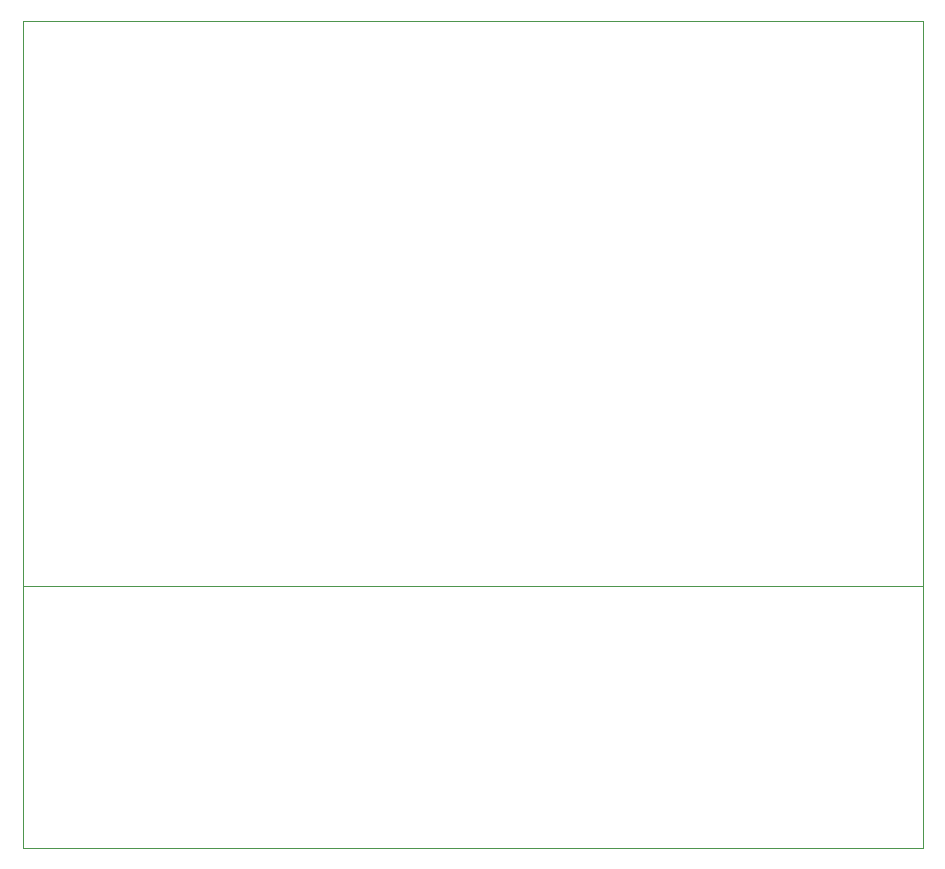
<source format=gbr>
%TF.GenerationSoftware,KiCad,Pcbnew,8.0.7-8.0.7-0~ubuntu24.04.1*%
%TF.CreationDate,2025-02-07T15:23:20+01:00*%
%TF.ProjectId,drn2,64726e32-2e6b-4696-9361-645f70636258,rev?*%
%TF.SameCoordinates,Original*%
%TF.FileFunction,Profile,NP*%
%FSLAX46Y46*%
G04 Gerber Fmt 4.6, Leading zero omitted, Abs format (unit mm)*
G04 Created by KiCad (PCBNEW 8.0.7-8.0.7-0~ubuntu24.04.1) date 2025-02-07 15:23:20*
%MOMM*%
%LPD*%
G01*
G04 APERTURE LIST*
%TA.AperFunction,Profile*%
%ADD10C,0.050000*%
%TD*%
G04 APERTURE END LIST*
D10*
X74100000Y-144000000D02*
X150300000Y-144000000D01*
X150300000Y-214000000D01*
X74100000Y-214000000D01*
X74100000Y-144000000D01*
X74100000Y-144000000D02*
X150300000Y-144000000D01*
X150300000Y-191800000D01*
X74100000Y-191800000D01*
X74100000Y-144000000D01*
M02*

</source>
